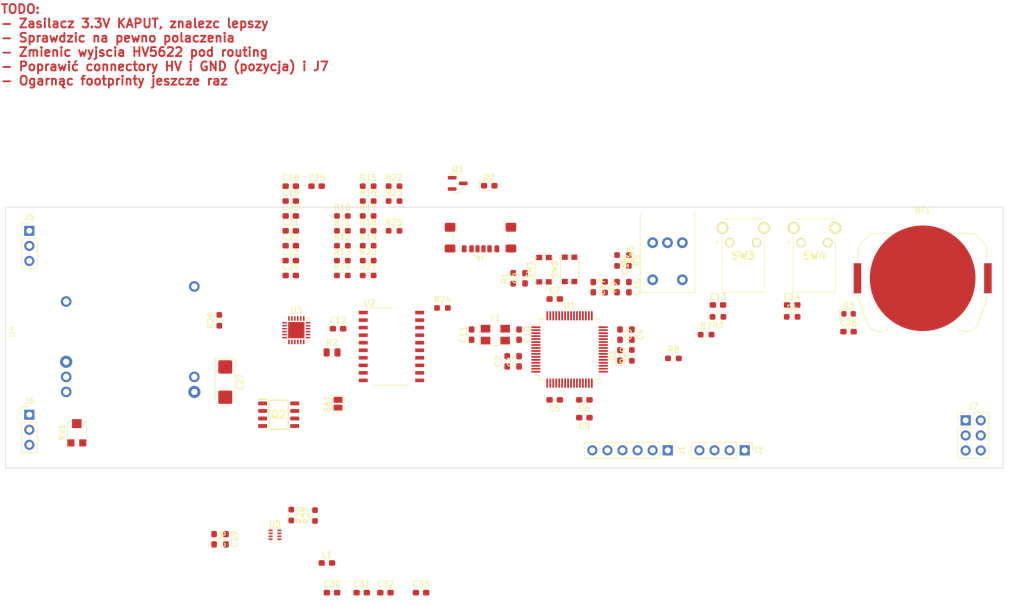
<source format=kicad_pcb>
(kicad_pcb (version 20221018) (generator pcbnew)
  (layers (0 "F.Cu" signal) (31 "B.Cu" signal) (34 "B.Paste" user) (35 "F.Paste" user) (36 "B.SilkS" user "B.Silkscreen") (37 "F.SilkS" user "F.Silkscreen") (38 "B.Mask" user) (39 "F.Mask" user) (44 "Edge.Cuts" user))
  (net 0 "")
  (net 1 "Net-(BT1-+)")
  (net 2 "GND")
  (net 3 "+3.3V")
  (net 4 "/nixie_clock-MCU/SW_RST")
  (net 5 "/nixie_clock-MCU/HSE_IN")
  (net 6 "/nixie_clock-MCU/HSE_OUT")
  (net 7 "+3V3")
  (net 8 "/nixie_clock-MCU/SW1")
  (net 9 "/nixie_clock-MCU/SW2")
  (net 10 "/nixie_clock-MCU/ENC_A")
  (net 11 "/nixie_clock-MCU/ENC_B")
  (net 12 "/nixie_clock-MCU/ENC_SW")
  (net 13 "VBUS")
  (net 14 "/nixie_clock-PSU/PDC_VCCD")
  (net 15 "+12V")
  (net 16 "/nixie_clock-PSU/VBUS_FET_EN_R")
  (net 17 "+BATT")
  (net 18 "Net-(U4-Vin)")
  (net 19 "Net-(U5-SS)")
  (net 20 "Net-(U5-BST)")
  (net 21 "Net-(U5-SW)")
  (net 22 "Net-(U5-FB)")
  (net 23 "/nixie_clock-MCU/DEV_LED_K")
  (net 24 "Net-(D1-A)")
  (net 25 "/nixie_clock-PSU/LED_FAULT_K")
  (net 26 "/nixie_clock-MCU/SWCLK")
  (net 27 "/nixie_clock-MCU/SWDIO")
  (net 28 "/nixie_clock-MCU/SWO")
  (net 29 "/nixie_clock-MCU/TXD")
  (net 30 "/nixie_clock-MCU/RXD")
  (net 31 "+HV")
  (net 32 "/nixie_clock-MCU/BLANK")
  (net 33 "/nixie_clock-MCU/SP1_NSS_DISP")
  (net 34 "/nixie_clock-MCU/SPI1_MOSI")
  (net 35 "/nixie_clock-MCU/SP1_SCK")
  (net 36 "Net-(J4-CC1)")
  (net 37 "Net-(J4-CC2)")
  (net 38 "Net-(Q1-G)")
  (net 39 "/nixie_clock-PSU/FET_FAULT_D")
  (net 40 "/nixie_clock-PSU/VBUS_FET_G")
  (net 41 "/nixie_clock-MCU/BOOT0")
  (net 42 "/nixie_clock-MCU/SQW_IN")
  (net 43 "Net-(R5-Pad2)")
  (net 44 "/nixie_clock-MCU/PD_FLIP")
  (net 45 "/nixie_clock-MCU/I2C1_SCL")
  (net 46 "/nixie_clock-MCU/I2C1_SDA")
  (net 47 "Net-(U3-VBUS_MAX)")
  (net 48 "Net-(U3-VBUS_MIN)")
  (net 49 "Net-(U3-ISNK_COARSE)")
  (net 50 "Net-(U3-ISNK_FINE)")
  (net 51 "/nixie_clock-PSU/VBUS_FET_EN")
  (net 52 "/nixie_clock-MCU/HVPS_EN")
  (net 54 "Net-(U4-Radj)")
  (net 55 "Net-(SB1-G2)")
  (net 62 "/nixie_clock-MCU/SPI1_MISO")
  (net 80 "/nixie_clock-MCU/SP1_NSS_RTC")
  (net 97 "Net-(R6-Pad2)")
  (footprint "Capacitor_SMD:C_0603_1608Metric_Pad1.08x0.95mm_HandSolder" (layer "F.Cu") (at 205.5 77.5 -90)
    (fp_text reference "C4")
    (fp_text value "4.7 uF")
  )
  (footprint "Capacitor_SMD:C_0603_1608Metric_Pad1.08x0.95mm_HandSolder" (layer "F.Cu") (at 169.9875 121)
    (fp_text reference "C33")
    (fp_text value "100u")
  )
  (footprint "Capacitor_SMD:C_0603_1608Metric_Pad1.08x0.95mm_HandSolder" (layer "F.Cu") (at 192.5 71.5)
    (fp_text reference "C7")
    (fp_text value "100 nF")
  )
  (footprint "Capacitor_SMD:C_0603_1608Metric_Pad1.08x0.95mm_HandSolder" (layer "F.Cu") (at 135.125 112 -90)
    (fp_text reference "C28")
    (fp_text value "10u")
  )
  (footprint "Connector_PinHeader_2.54mm:PinHeader_1x03_P2.54mm_Vertical" (layer "F.Cu") (at 104 91)
    (fp_text reference "J6")
    (fp_text value "Conn_01x03")
  )
  (footprint "Capacitor_SMD:C_0603_1608Metric_Pad1.08x0.95mm_HandSolder" (layer "F.Cu") (at 186.5 82 90)
    (fp_text reference "C1")
    (fp_text value "10 nF")
  )
  (footprint "Capacitor_SMD:C_0603_1608Metric_Pad1.08x0.95mm_HandSolder" (layer "F.Cu") (at 148.0375 52.47)
    (fp_text reference "C18")
    (fp_text value "4u7")
  )
  (footprint "Package_QFP:LQFP-64_10x10mm_P0.5mm" (layer "F.Cu") (at 195 80)
    (fp_text reference "U1")
    (fp_text value "STM32F072RBTx")
  )
  (footprint "Resistor_SMD:R_0603_1608Metric_Pad0.98x0.95mm_HandSolder" (layer "F.Cu") (at 156.7375 67.53)
    (fp_text reference "R14")
    (fp_text value "20k")
  )
  (footprint "Capacitor_SMD:C_0603_1608Metric_Pad1.08x0.95mm_HandSolder" (layer "F.Cu") (at 137.125 112 -90)
    (fp_text reference "C29")
    (fp_text value "100n")
  )
  (footprint "Resistor_SMD:R_0603_1608Metric_Pad0.98x0.95mm_HandSolder" (layer "F.Cu") (at 156.7375 65.02)
    (fp_text reference "R13")
    (fp_text value "2k2")
  )
  (footprint "Resistor_SMD:R_0603_1608Metric_Pad0.98x0.95mm_HandSolder" (layer "F.Cu") (at 173.5875 73)
    (fp_text reference "R24")
    (fp_text value "2k2")
  )
  (footprint "Capacitor_SMD:C_0603_1608Metric_Pad1.08x0.95mm_HandSolder" (layer "F.Cu") (at 148.0375 67.53)
    (fp_text reference "C24")
    (fp_text value "100n")
  )
  (footprint "Capacitor_SMD:C_0603_1608Metric_Pad1.08x0.95mm_HandSolder" (layer "F.Cu") (at 159.9875 121)
    (fp_text reference "C31")
    (fp_text value "100n")
  )
  (footprint "Resistor_SMD:R_0603_1608Metric_Pad0.98x0.95mm_HandSolder" (layer "F.Cu") (at 203 65 -90)
    (fp_text reference "R6")
    (fp_text value "10k")
  )
  (footprint "Capacitor_SMD:C_0603_1608Metric_Pad1.08x0.95mm_HandSolder" (layer "F.Cu") (at 192.5 88.5 180)
    (fp_text reference "C5")
    (fp_text value "100 nF")
  )
  (footprint "Diode_SMD:D_0603_1608Metric" (layer "F.Cu") (at 242 74)
    (fp_text reference "D3")
    (fp_text value "BAT64-02V")
  )
  (footprint "Crystal:Crystal_SMD_5032-4Pin_5.0x3.2mm" (layer "F.Cu") (at 182.5 77.5)
    (fp_text reference "Y1")
    (fp_text value "8 MHz")
  )
  (footprint "Resistor_SMD:R_0603_1608Metric_Pad0.98x0.95mm_HandSolder" (layer "F.Cu") (at 156.7375 60)
    (fp_text reference "R11")
    (fp_text value "2k2")
  )
  (footprint "Capacitor_SMD:C_0603_1608Metric_Pad1.08x0.95mm_HandSolder" (layer "F.Cu") (at 205 69.5 -90)
    (fp_text reference "C15")
    (fp_text value "10n")
  )
  (footprint "Resistor_SMD:R_0603_1608Metric_Pad0.98x0.95mm_HandSolder" (layer "F.Cu") (at 161.0875 65.02)
    (fp_text reference "R20")
    (fp_text value "2k2")
  )
  (footprint "Resistor_SMD:R_0603_1608Metric_Pad0.98x0.95mm_HandSolder" (layer "F.Cu") (at 212.5 81.5)
    (fp_text reference "R8")
    (fp_text value "10k")
  )
  (footprint "Resistor_SMD:R_0603_1608Metric_Pad0.98x0.95mm_HandSolder" (layer "F.Cu") (at 156.7375 57.49)
    (fp_text reference "R10")
    (fp_text value "2k2")
  )
  (footprint "Capacitor_SMD:C_0603_1608Metric_Pad1.08x0.95mm_HandSolder" (layer "F.Cu") (at 187.5 68 -90)
    (fp_text reference "C9")
    (fp_text value "100 nF")
  )
  (footprint "Capacitor_SMD:C_0603_1608Metric_Pad1.08x0.95mm_HandSolder" (layer "F.Cu") (at 154.9875 121)
    (fp_text reference "C30")
    (fp_text value "33n")
  )
  (footprint "Capacitor_SMD:C_0603_1608Metric_Pad1.08x0.95mm_HandSolder" (layer "F.Cu") (at 203.5 77.5 -90)
    (fp_text reference "C3")
    (fp_text value "100 nF")
  )
  (footprint "Resistor_SMD:R_0603_1608Metric_Pad0.98x0.95mm_HandSolder" (layer "F.Cu") (at 161.0875 62.51)
    (fp_text reference "R19")
    (fp_text value "2k2")
  )
  (footprint "Connector_PinHeader_2.54mm:PinHeader_2x03_P2.54mm_Vertical" (layer "F.Cu") (at 261.725 91.95)
    (fp_text reference "J7")
    (fp_text value "Conn_02x03_Odd_Even")
  )
  (footprint "Connector_PinHeader_2.54mm:PinHeader_1x03_P2.54mm_Vertical" (layer "F.Cu") (at 104 60)
    (fp_text reference "J5")
    (fp_text value "Conn_01x03")
  )
  (footprint "Jumper:SolderJumper-2_P1.3mm_Open_Pad1.0x1.5mm" (layer "F.Cu") (at 156 89.15 90)
    (fp_text reference "SB1")
    (fp_text value "GS2")
  )
  (footprint "Package_SO:SO-20_12.8x7.5mm_P1.27mm" (layer "F.Cu") (at 165 79.5)
    (fp_text reference "U2")
    (fp_text value "DS3234")
  )
  (footprint "FSMRA4JH04:FSMRA4JH04" (layer "F.Cu") (at 222 62)
    (fp_text reference "SW3")
    (fp_text value "FSMRA4JH04" hide)
  )
  (footprint "LED_SMD:LED_0603_1608Metric_Pad1.05x0.95mm_HandSolder" (layer "F.Cu") (at 181.475 52.4)
    (fp_text reference "D2")
    (fp_text value "LED")
  )
  (footprint "Capacitor_SMD:C_0603_1608Metric_Pad1.08x0.95mm_HandSolder" (layer "F.Cu") (at 197.5 88.5 180)
    (fp_text reference "C6")
    (fp_text value "100 nF")
  )
  (footprint "Resistor_SMD:R_0603_1608Metric_Pad0.98x0.95mm_HandSolder" (layer "F.Cu") (at 218 77.5)
    (fp_text reference "R7")
    (fp_text value "10k")
  )
  (footprint "Button_Switch_SMD:SW_Push_1P1T_NO_CK_KMR2" (layer "F.Cu") (at 195 66.5 90)
    (fp_text reference "SW2")
    (fp_text value "SW_BOOT")
  )
  (footprint "Connector_PinHeader_2.54mm:PinHeader_1x04_P2.54mm_Vertical" (layer "F.Cu") (at 224.5 97 -90)
    (fp_text reference "J2")
    (fp_text value "Conn_01x04")
  )
  (footprint "Resistor_SMD:R_0603_1608Metric_Pad0.98x0.95mm_HandSolder" (layer "F.Cu") (at 205.5 81 90)
    (fp_text reference "R29")
    (fp_text value "2k2")
  )
  (footprint "FSMRA4JH04:FSMRA4JH04" (layer "F.Cu") (at 234 62)
    (fp_text reference "SW4")
    (fp_text value "FSMRA4JH04" hide)
  )
  (footprint "Resistor_SMD:R_0603_1608Metric_Pad0.98x0.95mm_HandSolder" (layer "F.Cu") (at 165.4375 60)
    (fp_text reference "R25")
    (fp_text value "20k")
  )
  (footprint "Resistor_SMD:R_0603_1608Metric_Pad0.98x0.95mm_HandSolder" (layer "F.Cu") (at 165.4375 54.98)
    (fp_text reference "R23")
    (fp_text value "2k2")
  )
  (footprint "Capacitor_SMD:C_0603_1608Metric_Pad1.08x0.95mm_HandSolder" (layer "F.Cu") (at 148.0375 57.49)
    (fp_text reference "C20")
    (fp_text value "100n")
  )
  (footprint "Resistor_SMD:R_0603_1608Metric_Pad0.98x0.95mm_HandSolder" (layer "F.Cu") (at 161.0875 54.98)
    (fp_text reference "R16")
    (fp_text value "2k4")
  )
  (footprint "Resistor_SMD:R_0603_1608Metric_Pad0.98x0.95mm_HandSolder" (layer "F.Cu") (at 165.4375 52.47)
    (fp_text reference "R22")
    (fp_text value "2k2")
  )
  (footprint "LED_SMD:LED_0603_1608Metric_Pad1.05x0.95mm_HandSolder" (layer "F.Cu") (at 203.5 81 90)
    (fp_text reference "D1")
    (fp_text value "LED")
  )
  (footprint "Capacitor_SMD:C_0603_1608Metric_Pad1.08x0.95mm_HandSolder" (layer "F.Cu") (at 178.5 77.5 90)
    (fp_text reference "C11")
    (fp_text value "10p")
  )
  (footprint "Capacitor_Tantalum_SMD:CP_EIA-6032-15_Kemet-U_Pad2.25x2.35mm_HandSolder" (layer "F.Cu") (at 137 85.5 -90)
    (fp_text reference "C27")
    (fp_text value "10uF")
  )
  (footprint "Capacitor_SMD:C_0603_1608Metric_Pad1.08x0.95mm_HandSolder" (layer "F.Cu") (at 156 76.5)
    (fp_text reference "C12")
    (fp_text value "100 nF")
  )
  (footprint "Capacitor_SMD:C_0603_1608Metric_Pad1.08x0.95mm_HandSolder" (layer "F.Cu") (at 232.5 72.5)
    (fp_text reference "C14")
    (fp_text value "1u")
  )
  (footprint "Inductor_SMD:L_0603_1608Metric_Pad1.05x0.95mm_HandSolder" (layer "F.Cu") (at 154.125 116)
    (fp_text reference "L1")
    (fp_text value "5.6uH")
  )
  (footprint "Resistor_SMD:R_0603_1608Metric_Pad0.98x0.95mm_HandSolder" (layer "F.Cu") (at 152.125 108 90)
    (fp_text reference "R27")
    (fp_text value "30k9")
  )
  (footprint "Resistor_SMD:R_0603_1608Metric_Pad0.98x0.95mm_HandSolder" (layer "F.Cu") (at 148.125 107.9125 -90)
    (fp_text reference "R28")
    (fp_text value "10k")
  )
  (footprint "Capacitor_SMD:C_0603_1608Metric_Pad1.08x0.95mm_HandSolder" (layer "F.Cu") (at 186.5 77.5 -90)
    (fp_text reference "C10")
    (fp_text value "10p")
  )
  (footprint "Potentiometer_SMD:Potentiometer_Bourns_TC33X_Vertical" (layer "F.Cu") (at 112 93.95 90)
    (fp_text reference "RV1")
    (fp_text value "100k")
  )
  (footprint "Capacitor_SMD:C_0603_1608Metric_Pad1.08x0.95mm_HandSolder" (layer "F.Cu") (at 203 69.5 -90)
    (fp_text reference "C16")
    (fp_text value "10n")
  )
  (footprint "Resistor_SMD:R_0603_1608Metric_Pad0.98x0.95mm_HandSolder" (layer "F.Cu") (at 205 65 -90)
    (fp_text reference "R5")
    (fp_text value "10k")
  )
  (footprint "Resistor_SMD:R_0603_1608Metric_Pad0.98x0.95mm_HandSolder" (layer "F.Cu") (at 201 69.5 -90)
    (fp_text reference "R9")
    (fp_text value "10k")
  )
  (footprint "Capacitor_SMD:C_0603_1608Metric_Pad1.08x0.95mm_HandSolder" (layer "F.Cu") (at 163.9875 121)
    (fp_text reference "C32")
    (fp_text value "22p")
  )
  (footprint "Capacitor_SMD:C_0603_1608Metric_Pad1.08x0.95mm_HandSolder" (layer "F.Cu") (at 148.0375 60)
    (fp_text reference "C21")
    (fp_text value "100n")
  )
  (footprint "Package_TO_SOT_SMD:SOT-583-8" (layer "F.Cu") (at 145.385 111.25)
    (fp_text reference "U5")
    (fp_text value "TPS62933FDRL")
  )
  (footprint "Resistor_SMD:R_0603_1608Metric_Pad0.98x0.95mm_HandSolder" (layer "F.Cu") (at 161.0875 57.49)
    (fp_text reference "R17")
    (fp_text value "5k1")
  )
  (footprint "Capacitor_SMD:C_0603_1608Metric_Pad1.08x0.95mm_HandSolder" (layer "F.Cu") (at 148.0375 62.51)
    (fp_text reference "C22")
    (fp_text value "4u7")
  )
  (footprint "Resistor_SMD:R_0603_1608Metric_Pad0.98x0.95mm_HandSolder" (layer "F.Cu") (at 156.7375 62.51)
    (fp_text reference "R12")
    (fp_text value "2k2")
  )
  (footprint "Resistor_SMD:R_0603_1608Metric_Pad0.98x0.95mm_HandSolder" (layer "F.Cu") (at 185.5 68 90)
    (fp_text reference "R1")
    (fp_text value "10K")
  )
  (footprint "Rotary_Encoder:RotaryEncoder_Bourns_Horizontal_PEC09-2xxxF-Sxxxx" (layer "F.Cu") (at 214 62 90)
    (fp_text reference "SW5")
    (fp_text value "RotaryEncoder_Switch")
  )
  (footprint "Resistor_SMD:R_0603_1608Metric_Pad0.98x0.95mm_HandSolder" (layer "F.Cu") (at 161.0875 60)
    (fp_text reference "R18")
    (fp_text value "2k4")
  )
  (footprint "Resistor_SMD:R_0603_1608Metric_Pad0.98x0.95mm_HandSolder" (layer "F.Cu") (at 220 74.5 180)
    (fp_text reference "R3")
    (fp_text value "10k")
  )
  (footprint "Capacitor_SMD:C_0603_1608Metric_Pad1.08x0.95mm_HandSolder" (layer "F.Cu") (at 148.0375 54.98)
    (fp_text reference "C19")
    (fp_text value "100n")
  )
  (footprint "Package_DFN_QFN:QFN-24-1EP_4x4mm_P0.5mm_EP2.75x2.75mm" (layer "F.Cu") (at 148.975 76.75)
    (fp_text reference "U3")
    (fp_text value "CYPD3177-24LQXQ")
  )
  (footprint "Capacitor_SMD:C_0603_1608Metric_Pad1.08x0.95mm_HandSolder" (layer "F.Cu") (at 199 69.5 -90)
    (fp_text reference "C17")
    (fp_text value "1u")
  )
  (footprint "Resistor_SMD:R_0805_2012Metric" (layer "F.Cu") (at 155 80.5)
    (fp_text reference "R2")
    (fp_text value "10K")
  )
  (footprint "Resistor_SMD:R_0603_1608Metric_Pad0.98x0.95mm_HandSolder" (layer "F.Cu") (at 232.5 74.5)
    (fp_text reference "R4")
    (fp_text value "10k")
  )
  (footprint "Package_TO_SOT_SMD:SOT-23" (layer "F.Cu") (at 176.1625 52)
    (fp_text reference "Q1")
    (fp_text value "2N7002NXAKR")
  )
  (footprint "Capacitor_SMD:C_0603_1608Metric_Pad1.08x0.95mm_HandSolder" (layer "F.Cu") (at 197.5 91.5 180)
    (fp_text reference "C8")
    (fp_text value "4.7 uF")
  )
  (footprint "HVPS:1364 HVPS horizontal" (layer "F.Cu") (at 121 77 90)
    (fp_text reference "U4")
    (fp_text value "1364 HVPS")
  )
  (footprint "Connector_PinHeader_2.54mm:PinHeader_1x06_P2.54mm_Vertical" (layer "F.Cu") (at 211.54 97 -90)
    (fp_text reference "J1")
    (fp_text value "Conn_01x06_Pin")
  )
  (footprint "Resistor_SMD:R_0603_1608Metric_Pad0.98x0.95mm_HandSolder" (layer "F.Cu") (at 161.0875 67.53)
    (fp_text reference "R21")
    (fp_text value "DNP")
  )
  (footprint "FET_Power:SOIC127P600X175-8N" (layer "F.Cu") (at 146 91)
    (fp_text reference "Q2")
    (fp_text value "DMP3098LSD-13" hide)
  )
  (footprint "Button_Switch_SMD:SW_Push_1P1T_NO_CK_KMR2" (layer "F.Cu") (at 190.7 66.55 90)
    (fp_text reference "SW1")
    (fp_text value "SW_RST")
  )
  (footprint "Capacitor_SMD:C_0603_1608Metric_Pad1.08x0.95mm_HandSolder" (layer "F.Cu") (at 220 72.5)
    (fp_text reference "C13")
    (fp_text value "1u")
  )
  (footprint "Capacitor_SMD:C_0603_1608Metric_Pad1.08x0.95mm_HandSolder" (layer "F.Cu") (at 184.5 82 90)
    (fp_text reference "C2")
    (fp_text value "1 uF")
  )
  (footprint "Battery:BatteryHolder_Keystone_3034_1x20mm" (layer "F.Cu") (at 254.485 68)
    (fp_text reference "BT1")
    (fp_text value "CR2032")
  )
  (footprint "Capacitor_SMD:C_0603_1608Metric_Pad1.08x0.95mm_HandSolder" (layer "F.Cu") (at 242 77)
    (fp_text reference "C26")
    (fp_text value "100 nF")
  )
  (footprint "Connector_USB:USB_C_Receptacle_GCT_USB4135-GF-A_6P_TopMnt_Horizontal" (layer "F.Cu") (at 180 60 180)
    (fp_text reference "J4")
    (fp_text value "USB_C_PD")
  )
  (footprint "Resistor_SMD:R_0603_1608Metric_Pad0.98x0.95mm_HandSolder" (layer "F.Cu") (at 136 75.0875 90)
    (fp_text reference "R26")
    (fp_text value "100k")
  )
  (footprint "Capacitor_SMD:C_0603_1608Metric_Pad1.08x0.95mm_HandSolder" (layer "F.Cu") (at 152.3875 52.47)
    (fp_text reference "C25")
    (fp_text value "4u7")
  )
  (footprint "Resistor_SMD:R_0603_1608Metric_Pad0.98x0.95mm_HandSolder" (layer "F.Cu") (at 161.0875 52.47)
    (fp_text reference "R15")
    (fp_text value "5k1")
  )
  (footprint "Capacitor_SMD:C_0603_1608Metric_Pad1.08x0.95mm_HandSolder" (layer "F.Cu") (at 148.0375 65.02)
    (fp_text reference "C23")
    (fp_text value "4u7")
  )
  (gr_rect (start 100 56) (end 268 100) (stroke (width 0.1)) (fill none) (layer "Edge.Cuts"))
  (gr_text "TODO:\n- Zasilacz 3.3V KAPUT, znalezc lepszy\n- Sprawdzic na pewno polaczenia\n- Zmienic wyjscia HV5622 pod routing\n- Poprawić connectory HV i GND (pozycja) i J7\n- Ogarnąc footprinty jeszcze raz" (at 99.06 35.56) (layer "F.Cu") (effects (font (size 1.5 1.5) (thickness 0.3) bold) (justify left bottom)))
  (segment (start 243.5 68) (end 243.5 68.5) (width 0.2) (layer "F.Cu") (net 1))
)
</source>
